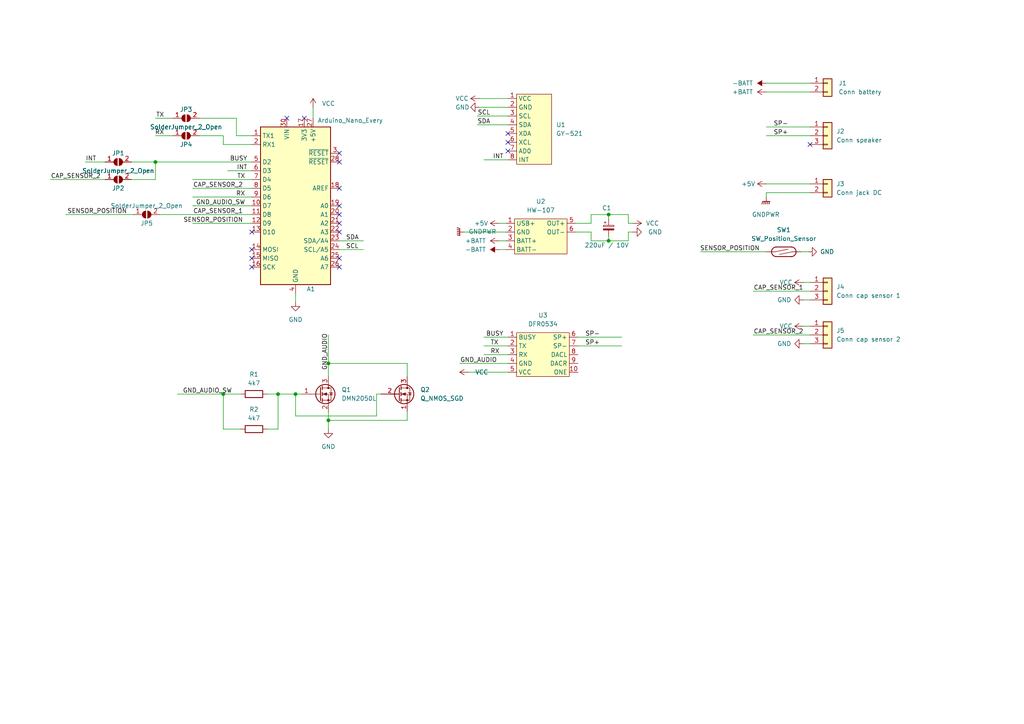
<source format=kicad_sch>
(kicad_sch (version 20210621) (generator eeschema)
  (paper "A4")
  (lib_symbols
    (symbol "Connector_Generic:Conn_01x02" (pin_names (offset 1.016) hide)
      (property "Reference" "J" (at 0 2.54 0))
      (property "Value" "Conn_01x02" (at 0 -5.08 0))
      (symbol "Conn_01x02_1_1"
        (rectangle (start -1.27 -2.413) (end 0 -2.667) (stroke (width 0.1524)))
        (rectangle (start -1.27 0.127) (end 0 -0.127) (stroke (width 0.1524)))
        (rectangle (start -1.27 1.27) (end 1.27 -3.81) (stroke (width 0.254)) (fill (type background)))
        (pin passive line (at -5.08 0 0) (length 3.81) (name "Pin_1") (number "1"))
        (pin passive line (at -5.08 -2.54 0) (length 3.81) (name "Pin_2") (number "2"))
      )
    )
    (symbol "Connector_Generic:Conn_01x03" (pin_names (offset 1.016) hide)
      (property "Reference" "J" (at 0 5.08 0))
      (property "Value" "Conn_01x03" (at 0 -5.08 0))
      (symbol "Conn_01x03_1_1"
        (rectangle (start -1.27 -2.413) (end 0 -2.667) (stroke (width 0.1524)))
        (rectangle (start -1.27 0.127) (end 0 -0.127) (stroke (width 0.1524)))
        (rectangle (start -1.27 2.667) (end 0 2.413) (stroke (width 0.1524)))
        (rectangle (start -1.27 3.81) (end 1.27 -3.81) (stroke (width 0.254)) (fill (type background)))
        (pin passive line (at -5.08 2.54 0) (length 3.81) (name "Pin_1") (number "1"))
        (pin passive line (at -5.08 0 0) (length 3.81) (name "Pin_2") (number "2"))
        (pin passive line (at -5.08 -2.54 0) (length 3.81) (name "Pin_3") (number "3"))
      )
    )
    (symbol "Device:C_Polarized_Small" (pin_numbers hide) (pin_names (offset 0.254) hide)
      (property "Reference" "C" (at 0.254 1.778 0))
      (property "Value" "C_Polarized_Small" (at 0.254 -2.032 0))
      (symbol "C_Polarized_Small_0_1"
        (rectangle (start -1.524 0.6858) (end 1.524 0.3048))
        (rectangle (start -1.524 -0.3048) (end 1.524 -0.6858) (fill (type outline)))
        (polyline (pts (xy -1.27 1.524) (xy -0.762 1.524)))
        (polyline (pts (xy -1.016 1.27) (xy -1.016 1.778)))
      )
      (symbol "C_Polarized_Small_1_1"
        (pin passive line (at 0 2.54 270) (length 1.8542) (name "~") (number "1"))
        (pin passive line (at 0 -2.54 90) (length 1.8542) (name "~") (number "2"))
      )
    )
    (symbol "Device:Q_NMOS_SGD" (pin_names (offset 0) hide)
      (property "Reference" "Q" (at 5.08 1.27 0))
      (property "Value" "Q_NMOS_SGD" (at 5.08 -1.27 0))
      (symbol "Q_NMOS_SGD_0_1"
        (circle (center 1.651 0) (radius 2.794) (stroke (width 0.254)))
        (circle (center 2.54 -1.778) (radius 0.254) (fill (type outline)))
        (circle (center 2.54 1.778) (radius 0.254) (fill (type outline)))
        (polyline (pts (xy 0.254 0) (xy -2.54 0)))
        (polyline (pts (xy 0.254 1.905) (xy 0.254 -1.905)) (stroke (width 0.254)))
        (polyline (pts (xy 0.762 -1.27) (xy 0.762 -2.286)) (stroke (width 0.254)))
        (polyline (pts (xy 0.762 0.508) (xy 0.762 -0.508)) (stroke (width 0.254)))
        (polyline (pts (xy 0.762 2.286) (xy 0.762 1.27)) (stroke (width 0.254)))
        (polyline (pts (xy 2.54 2.54) (xy 2.54 1.778)))
        (polyline (pts (xy 2.54 -2.54) (xy 2.54 0) (xy 0.762 0)))
        (polyline (pts (xy 0.762 -1.778) (xy 3.302 -1.778) (xy 3.302 1.778) (xy 0.762 1.778)))
        (polyline (pts (xy 2.794 0.508) (xy 2.921 0.381) (xy 3.683 0.381) (xy 3.81 0.254)))
        (polyline (pts (xy 3.302 0.381) (xy 2.921 -0.254) (xy 3.683 -0.254) (xy 3.302 0.381)))
        (polyline (pts (xy 1.016 0) (xy 2.032 0.381) (xy 2.032 -0.381) (xy 1.016 0)) (fill (type outline)))
      )
      (symbol "Q_NMOS_SGD_1_1"
        (pin passive line (at 2.54 -5.08 90) (length 2.54) (name "S") (number "1"))
        (pin input line (at -5.08 0 0) (length 5.08) (name "G") (number "2"))
        (pin passive line (at 2.54 5.08 270) (length 2.54) (name "D") (number "3"))
      )
    )
    (symbol "Device:R" (pin_numbers hide) (pin_names (offset 0))
      (property "Reference" "R" (at 2.032 0 90))
      (property "Value" "R" (at 0 0 90))
      (symbol "R_0_1"
        (rectangle (start -1.016 -2.54) (end 1.016 2.54) (stroke (width 0.254)))
      )
      (symbol "R_1_1"
        (pin passive line (at 0 3.81 270) (length 1.27) (name "~") (number "1"))
        (pin passive line (at 0 -3.81 90) (length 1.27) (name "~") (number "2"))
      )
    )
    (symbol "Jumper:SolderJumper_2_Open" (pin_names (offset 0) hide)
      (property "Reference" "JP" (at 0 2.032 0))
      (property "Value" "SolderJumper_2_Open" (at 0 -2.54 0))
      (symbol "SolderJumper_2_Open_0_1"
        (arc (start -0.254 1.016) (end -0.254 -1.016) (radius (at -0.254 0) (length 1.016) (angles 90.1 -90.1)))
        (arc (start 0.254 -1.016) (end 0.254 1.016) (radius (at 0.254 0) (length 1.016) (angles -89.9 89.9)))
        (arc (start -0.254 1.016) (end -0.254 -1.016) (radius (at -0.254 0) (length 1.016) (angles 90.1 -90.1)) (fill (type outline)))
        (arc (start 0.254 -1.016) (end 0.254 1.016) (radius (at 0.254 0) (length 1.016) (angles -89.9 89.9)) (fill (type outline)))
        (polyline (pts (xy -0.254 1.016) (xy -0.254 -1.016)))
        (polyline (pts (xy 0.254 1.016) (xy 0.254 -1.016)))
      )
      (symbol "SolderJumper_2_Open_1_1"
        (pin passive line (at -3.81 0 0) (length 2.54) (name "A") (number "1"))
        (pin passive line (at 3.81 0 180) (length 2.54) (name "B") (number "2"))
      )
    )
    (symbol "MCU_Module:Arduino_Nano_Every"
      (property "Reference" "A" (at -10.16 23.495 0))
      (property "Value" "Arduino_Nano_Every" (at 5.08 -24.13 0))
      (symbol "Arduino_Nano_Every_0_1"
        (rectangle (start -10.16 22.86) (end 10.16 -22.86) (stroke (width 0.254)) (fill (type background)))
      )
      (symbol "Arduino_Nano_Every_1_1"
        (pin bidirectional line (at -12.7 20.32 0) (length 2.54) (name "TX1") (number "1"))
        (pin bidirectional line (at -12.7 0 0) (length 2.54) (name "D7") (number "10"))
        (pin bidirectional line (at -12.7 -2.54 0) (length 2.54) (name "D8") (number "11"))
        (pin bidirectional line (at -12.7 -5.08 0) (length 2.54) (name "D9") (number "12"))
        (pin bidirectional line (at -12.7 -7.62 0) (length 2.54) (name "D10") (number "13"))
        (pin bidirectional line (at -12.7 -12.7 0) (length 2.54) (name "MOSI") (number "14"))
        (pin bidirectional line (at -12.7 -15.24 0) (length 2.54) (name "MISO") (number "15"))
        (pin bidirectional line (at -12.7 -17.78 0) (length 2.54) (name "SCK") (number "16"))
        (pin power_out line (at 2.54 25.4 270) (length 2.54) (name "3V3") (number "17"))
        (pin input line (at 12.7 5.08 180) (length 2.54) (name "AREF") (number "18"))
        (pin bidirectional line (at 12.7 0 180) (length 2.54) (name "A0") (number "19"))
        (pin bidirectional line (at -12.7 17.78 0) (length 2.54) (name "RX1") (number "2"))
        (pin bidirectional line (at 12.7 -2.54 180) (length 2.54) (name "A1") (number "20"))
        (pin bidirectional line (at 12.7 -5.08 180) (length 2.54) (name "A2") (number "21"))
        (pin bidirectional line (at 12.7 -7.62 180) (length 2.54) (name "A3") (number "22"))
        (pin bidirectional line (at 12.7 -10.16 180) (length 2.54) (name "SDA/A4") (number "23"))
        (pin bidirectional line (at 12.7 -12.7 180) (length 2.54) (name "SCL/A5") (number "24"))
        (pin bidirectional line (at 12.7 -15.24 180) (length 2.54) (name "A6") (number "25"))
        (pin bidirectional line (at 12.7 -17.78 180) (length 2.54) (name "A7") (number "26"))
        (pin power_out line (at 5.08 25.4 270) (length 2.54) (name "+5V") (number "27"))
        (pin input line (at 12.7 12.7 180) (length 2.54) (name "~{RESET}") (number "28"))
        (pin passive line (at 0 -25.4 90) (length 2.54) hide (name "GND") (number "29"))
        (pin input line (at 12.7 15.24 180) (length 2.54) (name "~{RESET}") (number "3"))
        (pin power_in line (at -2.54 25.4 270) (length 2.54) (name "VIN") (number "30"))
        (pin power_in line (at 0 -25.4 90) (length 2.54) (name "GND") (number "4"))
        (pin bidirectional line (at -12.7 12.7 0) (length 2.54) (name "D2") (number "5"))
        (pin bidirectional line (at -12.7 10.16 0) (length 2.54) (name "D3") (number "6"))
        (pin bidirectional line (at -12.7 7.62 0) (length 2.54) (name "D4") (number "7"))
        (pin bidirectional line (at -12.7 5.08 0) (length 2.54) (name "D5") (number "8"))
        (pin bidirectional line (at -12.7 2.54 0) (length 2.54) (name "D6") (number "9"))
      )
    )
    (symbol "Switch:SW_Reed" (pin_numbers hide) (pin_names (offset 0) hide)
      (property "Reference" "SW" (at 0 2.54 0))
      (property "Value" "SW_Reed" (at 0 -2.54 0))
      (symbol "SW_Reed_0_0"
        (arc (start -2.159 1.397) (end -2.159 -1.397) (radius (at -2.159 0) (length 1.397) (angles 90.1 -90.1)) (stroke (width 0.254)))
        (arc (start 2.159 -1.397) (end 2.159 1.397) (radius (at 2.159 0) (length 1.397) (angles -89.9 89.9)) (stroke (width 0.254)))
        (polyline (pts (xy -2.54 0) (xy 1.27 0.762)))
        (polyline (pts (xy -2.159 -1.397) (xy 2.286 -1.397)) (stroke (width 0.254)))
        (polyline (pts (xy 2.159 1.397) (xy -2.159 1.397)) (stroke (width 0.254)))
        (polyline (pts (xy 2.54 0) (xy -1.27 -0.762)))
      )
      (symbol "SW_Reed_1_1"
        (pin passive line (at -5.08 0 0) (length 2.54) (name "1") (number "1"))
        (pin passive line (at 5.08 0 180) (length 2.54) (name "2") (number "2"))
      )
    )
    (symbol "Transistor_FET:DMN2050L" (pin_names hide)
      (property "Reference" "Q" (at 5.08 1.905 0))
      (property "Value" "DMN2050L" (at 5.08 0 0))
      (symbol "DMN2050L_0_1"
        (circle (center 1.651 0) (radius 2.794) (stroke (width 0.254)))
        (circle (center 2.54 -1.778) (radius 0.254) (fill (type outline)))
        (circle (center 2.54 1.778) (radius 0.254) (fill (type outline)))
        (polyline (pts (xy 0.254 0) (xy -2.54 0)))
        (polyline (pts (xy 0.254 1.905) (xy 0.254 -1.905)) (stroke (width 0.254)))
        (polyline (pts (xy 0.762 -1.27) (xy 0.762 -2.286)) (stroke (width 0.254)))
        (polyline (pts (xy 0.762 0.508) (xy 0.762 -0.508)) (stroke (width 0.254)))
        (polyline (pts (xy 0.762 2.286) (xy 0.762 1.27)) (stroke (width 0.254)))
        (polyline (pts (xy 2.54 2.54) (xy 2.54 1.778)))
        (polyline (pts (xy 2.54 -2.54) (xy 2.54 0) (xy 0.762 0)))
        (polyline (pts (xy 0.762 -1.778) (xy 3.302 -1.778) (xy 3.302 1.778) (xy 0.762 1.778)))
        (polyline (pts (xy 2.794 0.508) (xy 2.921 0.381) (xy 3.683 0.381) (xy 3.81 0.254)))
        (polyline (pts (xy 3.302 0.381) (xy 2.921 -0.254) (xy 3.683 -0.254) (xy 3.302 0.381)))
        (polyline (pts (xy 1.016 0) (xy 2.032 0.381) (xy 2.032 -0.381) (xy 1.016 0)) (fill (type outline)))
      )
      (symbol "DMN2050L_1_1"
        (pin input line (at -5.08 0 0) (length 2.54) (name "G") (number "1"))
        (pin passive line (at 2.54 -5.08 90) (length 2.54) (name "S") (number "2"))
        (pin passive line (at 2.54 5.08 270) (length 2.54) (name "D") (number "3"))
      )
    )
    (symbol "boitarire_lib:DFR0534"
      (property "Reference" "U" (at 0 -12.7 0))
      (property "Value" "DFR0534" (at 0 2.54 0))
      (symbol "DFR0534_0_0"
        (pin bidirectional line (at -10.16 0 0) (length 2.54) (name "BUSY") (number "1"))
        (pin passive line (at 10.16 -10.16 180) (length 2.54) (name "ONE") (number "10"))
        (pin output line (at -10.16 -2.54 0) (length 2.54) (name "TX") (number "2"))
        (pin input line (at -10.16 -5.08 0) (length 2.54) (name "RX") (number "3"))
        (pin passive line (at -10.16 -7.62 0) (length 2.54) (name "GND") (number "4"))
        (pin power_in line (at -10.16 -10.16 0) (length 2.54) (name "VCC") (number "5"))
        (pin output line (at 10.16 0 180) (length 2.54) (name "SP+") (number "6"))
        (pin output line (at 10.16 -2.54 180) (length 2.54) (name "SP-") (number "7"))
        (pin output line (at 10.16 -5.08 180) (length 2.54) (name "DACL") (number "8"))
        (pin output line (at 10.16 -7.62 180) (length 2.54) (name "DACR") (number "9"))
        (pin passive line (at -2.54 -13.97 90) (length 2.54) hide (name "Screw_term_1") (number "S1"))
        (pin passive line (at 2.54 -13.97 90) (length 2.54) hide (name "Screw_term_2") (number "S2"))
      )
      (symbol "DFR0534_0_1"
        (rectangle (start -7.62 1.27) (end 7.62 -11.43) (stroke (width 0.1524)) (fill (type background)))
      )
    )
    (symbol "boitarire_lib:GY-521"
      (property "Reference" "U" (at 0 -20.32 0))
      (property "Value" "GY-521" (at 0 2.54 0))
      (symbol "GY-521_0_0"
        (pin power_in line (at -7.62 0 0) (length 2.54) (name "VCC") (number "1"))
        (pin passive line (at -7.62 -2.54 0) (length 2.54) (name "GND") (number "2"))
        (pin tri_state line (at -7.62 -5.08 0) (length 2.54) (name "SCL") (number "3"))
        (pin tri_state line (at -7.62 -7.62 0) (length 2.54) (name "SDA") (number "4"))
        (pin passive line (at -7.62 -10.16 0) (length 2.54) (name "XDA") (number "5"))
        (pin passive line (at -7.62 -12.7 0) (length 2.54) (name "XCL") (number "6"))
        (pin passive line (at -7.62 -15.24 0) (length 2.54) (name "AD0") (number "7"))
        (pin open_collector line (at -7.62 -17.78 0) (length 2.54) (name "INT") (number "8"))
      )
      (symbol "GY-521_0_1"
        (rectangle (start -5.08 1.27) (end 5.08 -19.05) (stroke (width 0.1524)) (fill (type background)))
      )
    )
    (symbol "boitarire_lib:HW-107"
      (property "Reference" "U" (at 0 -10.16 0))
      (property "Value" "HW-107" (at 0 2.54 0))
      (symbol "HW-107_0_0"
        (pin power_in line (at -10.16 0 0) (length 2.54) (name "USB+") (number "1"))
        (pin passive line (at -10.16 -2.54 0) (length 2.54) (name "GND") (number "2"))
        (pin power_in line (at -10.16 -5.08 0) (length 2.54) (name "BATT+") (number "3"))
        (pin passive line (at -10.16 -7.62 0) (length 2.54) (name "BATT-") (number "4"))
        (pin power_out line (at 10.16 0 180) (length 2.54) (name "OUT+") (number "5"))
        (pin passive line (at 10.16 -2.54 180) (length 2.54) (name "OUT-") (number "6"))
      )
      (symbol "HW-107_0_1"
        (rectangle (start -7.62 1.27) (end 7.62 -8.89) (stroke (width 0.1524)) (fill (type background)))
      )
    )
    (symbol "power:+5V" (power) (pin_names (offset 0))
      (property "Value" "+5V" (at 0 3.556 0))
      (symbol "+5V_0_1"
        (polyline (pts (xy -0.762 1.27) (xy 0 2.54)))
        (polyline (pts (xy 0 0) (xy 0 2.54)))
        (polyline (pts (xy 0 2.54) (xy 0.762 1.27)))
      )
      (symbol "+5V_1_1"
        (pin power_in line (at 0 0 90) (length 0) hide (name "+5V") (number "1"))
      )
    )
    (symbol "power:+BATT" (power) (pin_names (offset 0))
      (property "Value" "+BATT" (at 0 3.556 0))
      (symbol "+BATT_0_1"
        (polyline (pts (xy -0.762 1.27) (xy 0 2.54)))
        (polyline (pts (xy 0 0) (xy 0 2.54)))
        (polyline (pts (xy 0 2.54) (xy 0.762 1.27)))
      )
      (symbol "+BATT_1_1"
        (pin power_in line (at 0 0 90) (length 0) hide (name "+BATT") (number "1"))
      )
    )
    (symbol "power:-BATT" (power) (pin_names (offset 0))
      (property "Value" "-BATT" (at 0 3.556 0))
      (symbol "-BATT_0_1"
        (polyline (pts (xy 0 0) (xy 0 2.54)))
        (polyline (pts (xy 0.762 1.27) (xy -0.762 1.27) (xy 0 2.54) (xy 0.762 1.27)) (fill (type outline)))
      )
      (symbol "-BATT_1_1"
        (pin power_in line (at 0 0 90) (length 0) hide (name "-BATT") (number "1"))
      )
    )
    (symbol "power:GND" (power) (pin_names (offset 0))
      (property "Value" "GND" (at 0 -3.81 0))
      (symbol "GND_0_1"
        (polyline (pts (xy 0 0) (xy 0 -1.27) (xy 1.27 -1.27) (xy 0 -2.54) (xy -1.27 -1.27) (xy 0 -1.27)))
      )
      (symbol "GND_1_1"
        (pin power_in line (at 0 0 270) (length 0) hide (name "GND") (number "1"))
      )
    )
    (symbol "power:GNDPWR" (power) (pin_names (offset 0))
      (property "Value" "GNDPWR" (at 0 -3.302 0))
      (symbol "GNDPWR_0_1"
        (polyline (pts (xy 0 -1.27) (xy 0 0)))
        (polyline (pts (xy -1.016 -1.27) (xy -1.27 -2.032) (xy -1.27 -2.032)) (stroke (width 0.2032)))
        (polyline (pts (xy -0.508 -1.27) (xy -0.762 -2.032) (xy -0.762 -2.032)) (stroke (width 0.2032)))
        (polyline (pts (xy 0 -1.27) (xy -0.254 -2.032) (xy -0.254 -2.032)) (stroke (width 0.2032)))
        (polyline (pts (xy 0.508 -1.27) (xy 0.254 -2.032) (xy 0.254 -2.032)) (stroke (width 0.2032)))
        (polyline (pts (xy 1.016 -1.27) (xy -1.016 -1.27) (xy -1.016 -1.27)) (stroke (width 0.2032)))
        (polyline (pts (xy 1.016 -1.27) (xy 0.762 -2.032) (xy 0.762 -2.032) (xy 0.762 -2.032)) (stroke (width 0.2032)))
      )
      (symbol "GNDPWR_1_1"
        (pin power_in line (at 0 0 270) (length 0) hide (name "GNDPWR") (number "1"))
      )
    )
    (symbol "power:VCC" (power) (pin_names (offset 0))
      (property "Value" "VCC" (at 0 3.81 0))
      (symbol "VCC_0_1"
        (polyline (pts (xy -0.762 1.27) (xy 0 2.54)))
        (polyline (pts (xy 0 0) (xy 0 2.54)))
        (polyline (pts (xy 0 2.54) (xy 0.762 1.27)))
      )
      (symbol "VCC_1_1"
        (pin power_in line (at 0 0 90) (length 0) hide (name "VCC") (number "1"))
      )
    )
  )
  (junction (at 45.085 46.99) (diameter 0.9144))
  (junction (at 64.77 114.3) (diameter 0.9144))
  (junction (at 80.645 114.3) (diameter 0.9144))
  (junction (at 85.725 114.3) (diameter 0.9144))
  (junction (at 95.25 105.41) (diameter 0.9144))
  (junction (at 95.25 121.92) (diameter 0.9144))
  (junction (at 176.53 62.23) (diameter 0.9144))
  (junction (at 176.53 69.85) (diameter 0.9144))
  (no_connect (at 73.025 67.31))
  (no_connect (at 73.025 72.39))
  (no_connect (at 73.025 74.93))
  (no_connect (at 73.025 77.47))
  (no_connect (at 83.185 34.29))
  (no_connect (at 88.265 34.29))
  (no_connect (at 98.425 44.45))
  (no_connect (at 98.425 46.99))
  (no_connect (at 98.425 54.61))
  (no_connect (at 98.425 59.69))
  (no_connect (at 98.425 62.23))
  (no_connect (at 98.425 64.77))
  (no_connect (at 98.425 67.31))
  (no_connect (at 98.425 74.93))
  (no_connect (at 98.425 77.47))
  (no_connect (at 147.32 38.735))
  (no_connect (at 147.32 41.275))
  (no_connect (at 147.32 43.815))
  (no_connect (at 234.95 41.91))
  (wire (pts (xy 14.605 52.07) (xy 30.48 52.07)))
  (wire (pts (xy 19.05 62.23) (xy 38.735 62.23)))
  (wire (pts (xy 24.765 46.99) (xy 30.48 46.99)))
  (wire (pts (xy 38.1 46.99) (xy 45.085 46.99)))
  (wire (pts (xy 38.1 52.07) (xy 45.085 52.07)))
  (wire (pts (xy 45.085 34.29) (xy 50.165 34.29)))
  (wire (pts (xy 45.085 39.37) (xy 50.165 39.37)))
  (wire (pts (xy 45.085 46.99) (xy 73.025 46.99)))
  (wire (pts (xy 45.085 52.07) (xy 45.085 46.99)))
  (wire (pts (xy 46.355 62.23) (xy 73.025 62.23)))
  (wire (pts (xy 55.88 52.07) (xy 73.025 52.07)))
  (wire (pts (xy 55.88 54.61) (xy 73.025 54.61)))
  (wire (pts (xy 55.88 57.15) (xy 73.025 57.15)))
  (wire (pts (xy 55.88 59.69) (xy 73.025 59.69)))
  (wire (pts (xy 55.88 64.77) (xy 73.025 64.77)))
  (wire (pts (xy 64.77 39.37) (xy 57.785 39.37)))
  (wire (pts (xy 64.77 41.91) (xy 64.77 39.37)))
  (wire (pts (xy 64.77 114.3) (xy 51.435 114.3)))
  (wire (pts (xy 64.77 124.46) (xy 64.77 114.3)))
  (wire (pts (xy 66.04 49.53) (xy 73.025 49.53)))
  (wire (pts (xy 68.58 34.29) (xy 57.785 34.29)))
  (wire (pts (xy 68.58 39.37) (xy 68.58 34.29)))
  (wire (pts (xy 69.85 114.3) (xy 64.77 114.3)))
  (wire (pts (xy 69.85 124.46) (xy 64.77 124.46)))
  (wire (pts (xy 73.025 39.37) (xy 68.58 39.37)))
  (wire (pts (xy 73.025 41.91) (xy 64.77 41.91)))
  (wire (pts (xy 77.47 114.3) (xy 80.645 114.3)))
  (wire (pts (xy 77.47 124.46) (xy 80.645 124.46)))
  (wire (pts (xy 80.645 114.3) (xy 85.725 114.3)))
  (wire (pts (xy 80.645 124.46) (xy 80.645 114.3)))
  (wire (pts (xy 85.725 85.09) (xy 85.725 87.63)))
  (wire (pts (xy 85.725 114.3) (xy 85.725 120.65)))
  (wire (pts (xy 85.725 114.3) (xy 87.63 114.3)))
  (wire (pts (xy 85.725 120.65) (xy 109.22 120.65)))
  (wire (pts (xy 90.805 31.115) (xy 90.805 34.29)))
  (wire (pts (xy 95.25 97.155) (xy 95.25 105.41)))
  (wire (pts (xy 95.25 105.41) (xy 95.25 109.22)))
  (wire (pts (xy 95.25 119.38) (xy 95.25 121.92)))
  (wire (pts (xy 95.25 121.92) (xy 95.25 124.46)))
  (wire (pts (xy 98.425 69.85) (xy 105.41 69.85)))
  (wire (pts (xy 98.425 72.39) (xy 105.41 72.39)))
  (wire (pts (xy 109.22 114.3) (xy 110.49 114.3)))
  (wire (pts (xy 109.22 120.65) (xy 109.22 114.3)))
  (wire (pts (xy 118.11 105.41) (xy 95.25 105.41)))
  (wire (pts (xy 118.11 109.22) (xy 118.11 105.41)))
  (wire (pts (xy 118.11 119.38) (xy 118.11 121.92)))
  (wire (pts (xy 118.11 121.92) (xy 95.25 121.92)))
  (wire (pts (xy 133.35 105.41) (xy 147.32 105.41)))
  (wire (pts (xy 134.62 67.31) (xy 146.685 67.31)))
  (wire (pts (xy 135.89 107.95) (xy 147.32 107.95)))
  (wire (pts (xy 138.43 33.655) (xy 147.32 33.655)))
  (wire (pts (xy 138.43 36.195) (xy 147.32 36.195)))
  (wire (pts (xy 139.065 28.575) (xy 147.32 28.575)))
  (wire (pts (xy 139.065 31.115) (xy 147.32 31.115)))
  (wire (pts (xy 140.335 46.355) (xy 147.32 46.355)))
  (wire (pts (xy 140.335 97.79) (xy 147.32 97.79)))
  (wire (pts (xy 140.335 100.33) (xy 147.32 100.33)))
  (wire (pts (xy 140.335 102.87) (xy 147.32 102.87)))
  (wire (pts (xy 144.78 64.77) (xy 146.685 64.77)))
  (wire (pts (xy 144.78 69.85) (xy 146.685 69.85)))
  (wire (pts (xy 144.78 72.39) (xy 146.685 72.39)))
  (wire (pts (xy 167.005 64.77) (xy 171.45 64.77)))
  (wire (pts (xy 167.005 67.31) (xy 171.45 67.31)))
  (wire (pts (xy 167.64 97.79) (xy 180.34 97.79)))
  (wire (pts (xy 167.64 100.33) (xy 180.34 100.33)))
  (wire (pts (xy 171.45 62.23) (xy 171.45 64.77)))
  (wire (pts (xy 171.45 67.31) (xy 171.45 69.85)))
  (wire (pts (xy 171.45 69.85) (xy 176.53 69.85)))
  (wire (pts (xy 176.53 62.23) (xy 171.45 62.23)))
  (wire (pts (xy 176.53 62.23) (xy 176.53 63.5)))
  (wire (pts (xy 176.53 68.58) (xy 176.53 69.85)))
  (wire (pts (xy 176.53 69.85) (xy 182.245 69.85)))
  (wire (pts (xy 182.245 62.23) (xy 176.53 62.23)))
  (wire (pts (xy 182.245 64.77) (xy 182.245 62.23)))
  (wire (pts (xy 182.245 67.31) (xy 183.515 67.31)))
  (wire (pts (xy 182.245 69.85) (xy 182.245 67.31)))
  (wire (pts (xy 183.515 64.77) (xy 182.245 64.77)))
  (wire (pts (xy 203.2 73.025) (xy 222.25 73.025)))
  (wire (pts (xy 218.44 84.455) (xy 234.95 84.455)))
  (wire (pts (xy 218.44 97.155) (xy 234.95 97.155)))
  (wire (pts (xy 222.25 24.13) (xy 234.95 24.13)))
  (wire (pts (xy 222.25 26.67) (xy 234.95 26.67)))
  (wire (pts (xy 222.25 36.83) (xy 234.95 36.83)))
  (wire (pts (xy 222.25 39.37) (xy 234.95 39.37)))
  (wire (pts (xy 222.25 53.34) (xy 234.95 53.34)))
  (wire (pts (xy 222.25 55.88) (xy 222.25 57.15)))
  (wire (pts (xy 222.25 55.88) (xy 234.95 55.88)))
  (wire (pts (xy 232.41 73.025) (xy 234.315 73.025)))
  (wire (pts (xy 233.045 81.915) (xy 234.95 81.915)))
  (wire (pts (xy 233.045 86.995) (xy 234.95 86.995)))
  (wire (pts (xy 233.045 94.615) (xy 234.95 94.615)))
  (wire (pts (xy 233.045 99.695) (xy 234.95 99.695)))
  (label "INT" (at 27.94 46.99 180))
  (label "CAP_SENSOR_2" (at 29.21 52.07 180))
  (label "SENSOR_POSITION" (at 36.83 62.23 180))
  (label "TX" (at 47.625 34.29 180))
  (label "RX" (at 47.625 39.37 180))
  (label "GND_AUDIO_SW" (at 67.31 114.3 180))
  (label "CAP_SENSOR_2" (at 70.485 54.61 180))
  (label "CAP_SENSOR_1" (at 70.485 62.23 180))
  (label "SENSOR_POSITION" (at 70.485 64.77 180))
  (label "TX" (at 71.12 52.07 180))
  (label "RX" (at 71.12 57.15 180))
  (label "GND_AUDIO_SW" (at 71.12 59.69 180))
  (label "BUSY" (at 71.755 46.99 180))
  (label "INT" (at 71.755 49.53 180))
  (label "GND_AUDIO" (at 95.25 107.315 90))
  (label "SDA" (at 100.33 69.85 0))
  (label "SCL" (at 100.33 72.39 0))
  (label "SCL" (at 142.24 33.655 180))
  (label "SDA" (at 142.24 36.195 180))
  (label "TX" (at 142.24 100.33 0))
  (label "RX" (at 142.24 102.87 0))
  (label "GND_AUDIO" (at 144.145 105.41 180))
  (label "INT" (at 146.05 46.355 180))
  (label "BUSY" (at 146.05 97.79 180))
  (label "SP-" (at 173.99 97.79 180))
  (label "SP+" (at 173.99 100.33 180))
  (label "SENSOR_POSITION" (at 220.345 73.025 180))
  (label "SP-" (at 228.6 36.83 180))
  (label "SP+" (at 228.6 39.37 180))
  (label "CAP_SENSOR_1" (at 233.045 84.455 180))
  (label "CAP_SENSOR_2" (at 233.045 97.155 180))
  (symbol (lib_id "power:VCC") (at 90.805 31.115 0) (unit 1)
    (property "Reference" "#PWR02" (effects hide))
    (property "Value" "VCC" (at 93.345 30.0354 0) (effects (justify left)))
  )
  (symbol (lib_id "power:VCC") (at 135.89 107.95 90) (unit 1)
    (property "Reference" "#PWR05" (effects hide))
    (property "Value" "VCC" (at 137.795 107.9499 90) (effects (justify right)))
  )
  (symbol (lib_id "power:VCC") (at 139.065 28.575 90) (unit 1)
    (property "Reference" "#PWR06" (effects hide))
    (property "Value" "VCC" (at 132.08 28.5749 90) (effects (justify right)))
  )
  (symbol (lib_id "power:+5V") (at 144.78 64.77 90) (unit 1)
    (property "Reference" "#PWR08" (effects hide))
    (property "Value" "+5V" (at 141.605 64.7699 90) (effects (justify left)))
  )
  (symbol (lib_id "power:+BATT") (at 144.78 69.85 90) (unit 1)
    (property "Reference" "#PWR09" (effects hide))
    (property "Value" "+BATT" (at 140.97 69.8499 90) (effects (justify left)))
  )
  (symbol (lib_id "power:-BATT") (at 144.78 72.39 90) (unit 1)
    (property "Reference" "#PWR010" (effects hide))
    (property "Value" "-BATT" (at 140.97 72.3899 90) (effects (justify left)))
  )
  (symbol (lib_id "power:VCC") (at 183.515 64.77 270) (unit 1)
    (property "Reference" "#PWR011" (effects hide))
    (property "Value" "VCC" (at 187.325 64.7699 90) (effects (justify left)))
  )
  (symbol (lib_id "power:-BATT") (at 222.25 24.13 90) (unit 1)
    (property "Reference" "#PWR013" (effects hide))
    (property "Value" "-BATT" (at 218.44 24.1299 90) (effects (justify left)))
  )
  (symbol (lib_id "power:+BATT") (at 222.25 26.67 90) (unit 1)
    (property "Reference" "#PWR014" (effects hide))
    (property "Value" "+BATT" (at 218.44 26.6699 90) (effects (justify left)))
  )
  (symbol (lib_id "power:+5V") (at 222.25 53.34 90) (unit 1)
    (property "Reference" "#PWR015" (effects hide))
    (property "Value" "+5V" (at 219.075 53.3399 90) (effects (justify left)))
  )
  (symbol (lib_id "power:VCC") (at 233.045 81.915 90) (unit 1)
    (property "Reference" "#PWR017" (effects hide))
    (property "Value" "VCC" (at 226.06 81.9149 90) (effects (justify right)))
  )
  (symbol (lib_id "power:VCC") (at 233.045 94.615 90) (unit 1)
    (property "Reference" "#PWR019" (effects hide))
    (property "Value" "VCC" (at 226.06 94.6149 90) (effects (justify right)))
  )
  (symbol (lib_id "power:GNDPWR") (at 134.62 67.31 270) (unit 1)
    (property "Reference" "#PWR04" (effects hide))
    (property "Value" "GNDPWR" (at 135.89 67.1829 90) (effects (justify left)))
  )
  (symbol (lib_id "power:GNDPWR") (at 222.25 57.15 0) (unit 1)
    (property "Reference" "#PWR016" (effects hide))
    (property "Value" "GNDPWR" (at 222.123 62.23 0))
  )
  (symbol (lib_id "power:GND") (at 85.725 87.63 0) (unit 1)
    (property "Reference" "#PWR01" (effects hide))
    (property "Value" "GND" (at 85.725 92.71 0))
  )
  (symbol (lib_id "power:GND") (at 95.25 124.46 0) (unit 1)
    (property "Reference" "#PWR03" (effects hide))
    (property "Value" "GND" (at 95.25 129.54 0))
  )
  (symbol (lib_id "power:GND") (at 139.065 31.115 270) (unit 1)
    (property "Reference" "#PWR07" (effects hide))
    (property "Value" "GND" (at 132.08 31.1149 90) (effects (justify left)))
  )
  (symbol (lib_id "power:GND") (at 183.515 67.31 90) (unit 1)
    (property "Reference" "#PWR012" (effects hide))
    (property "Value" "GND" (at 187.96 67.3099 90) (effects (justify right)))
  )
  (symbol (lib_id "power:GND") (at 233.045 86.995 270) (unit 1)
    (property "Reference" "#PWR018" (effects hide))
    (property "Value" "GND" (at 225.425 86.9949 90) (effects (justify left)))
  )
  (symbol (lib_id "power:GND") (at 233.045 99.695 270) (unit 1)
    (property "Reference" "#PWR020" (effects hide))
    (property "Value" "GND" (at 225.425 99.6949 90) (effects (justify left)))
  )
  (symbol (lib_id "power:GND") (at 234.315 73.025 90) (unit 1)
    (property "Reference" "#PWR021" (effects hide))
    (property "Value" "GND" (at 241.935 73.0251 90) (effects (justify left)))
  )
  (symbol (lib_id "Jumper:SolderJumper_2_Open") (at 34.29 46.99 0) (unit 1)
    (property "Reference" "JP1" (at 34.29 44.45 0))
    (property "Value" "SolderJumper_2_Open" (at 34.29 49.53 0))
    (property "Footprint" "Jumper:SolderJumper-2_P1.3mm_Open_TrianglePad1.0x1.5mm" (effects hide))
  )
  (symbol (lib_id "Jumper:SolderJumper_2_Open") (at 34.29 52.07 0) (unit 1)
    (property "Reference" "JP2" (at 34.29 54.61 0))
    (property "Value" "SolderJumper_2_Open" (at 34.29 49.53 0))
    (property "Footprint" "Jumper:SolderJumper-2_P1.3mm_Open_TrianglePad1.0x1.5mm" (effects hide))
  )
  (symbol (lib_id "Jumper:SolderJumper_2_Open") (at 42.545 62.23 0) (unit 1)
    (property "Reference" "JP5" (at 42.545 64.77 0))
    (property "Value" "SolderJumper_2_Open" (at 42.545 59.69 0))
    (property "Footprint" "Jumper:SolderJumper-2_P1.3mm_Open_TrianglePad1.0x1.5mm" (effects hide))
  )
  (symbol (lib_id "Jumper:SolderJumper_2_Open") (at 53.975 34.29 0) (unit 1)
    (property "Reference" "JP3" (at 53.975 31.75 0))
    (property "Value" "SolderJumper_2_Open" (at 53.975 36.83 0))
    (property "Footprint" "Jumper:SolderJumper-2_P1.3mm_Open_TrianglePad1.0x1.5mm" (effects hide))
  )
  (symbol (lib_id "Jumper:SolderJumper_2_Open") (at 53.975 39.37 0) (unit 1)
    (property "Reference" "JP4" (at 53.975 41.91 0))
    (property "Value" "SolderJumper_2_Open" (at 53.975 36.83 0))
    (property "Footprint" "Jumper:SolderJumper-2_P1.3mm_Open_TrianglePad1.0x1.5mm" (effects hide))
  )
  (symbol (lib_id "Device:C_Polarized_Small") (at 176.53 66.04 0) (unit 1)
    (property "Reference" "C1" (at 174.625 60.3249 0) (effects (justify left)))
    (property "Value" "220uF / 10V" (at 169.545 71.1199 0) (effects (justify left)))
    (property "Footprint" "Capacitor_THT:CP_Radial_D5.0mm_P2.50mm" (effects hide))
  )
  (symbol (lib_id "Device:R") (at 73.66 114.3 90) (unit 1)
    (property "Reference" "R1" (at 73.66 108.585 90))
    (property "Value" "4k7" (at 73.66 111.125 90))
    (property "Footprint" "Resistor_SMD:R_0603_1608Metric_Pad0.98x0.95mm_HandSolder" (effects hide))
  )
  (symbol (lib_id "Device:R") (at 73.66 124.46 90) (unit 1)
    (property "Reference" "R2" (at 73.66 118.745 90))
    (property "Value" "4k7" (at 73.66 121.285 90))
    (property "Footprint" "Resistor_THT:R_Axial_DIN0207_L6.3mm_D2.5mm_P10.16mm_Horizontal" (effects hide))
  )
  (symbol (lib_id "Switch:SW_Reed") (at 227.33 73.025 0) (unit 1)
    (property "Reference" "SW1" (at 227.33 66.675 0))
    (property "Value" "SW_Position_Sensor" (at 227.33 69.215 0))
    (property "Footprint" "Connector_PinHeader_2.54mm:PinHeader_1x02_P2.54mm_Vertical" (effects hide))
  )
  (symbol (lib_id "Connector_Generic:Conn_01x02") (at 240.03 24.13 0) (unit 1)
    (property "Reference" "J1" (at 243.205 24.1299 0) (effects (justify left)))
    (property "Value" "Conn battery" (at 243.205 26.6699 0) (effects (justify left)))
    (property "Footprint" "Connector_JST:JST_EH_B2B-EH-A_1x02_P2.50mm_Vertical" (effects hide))
  )
  (symbol (lib_id "Connector_Generic:Conn_01x02") (at 240.03 53.34 0) (unit 1)
    (property "Reference" "J3" (at 242.57 53.3399 0) (effects (justify left)))
    (property "Value" "Conn jack DC" (at 242.57 55.8799 0) (effects (justify left)))
    (property "Footprint" "Connector_Molex:Molex_KK-254_AE-6410-02A_1x02_P2.54mm_Vertical" (effects hide))
  )
  (symbol (lib_id "Connector_Generic:Conn_01x03") (at 240.03 39.37 0) (unit 1)
    (property "Reference" "J2" (at 242.57 38.0999 0) (effects (justify left)))
    (property "Value" "Conn speaker" (at 242.57 40.6399 0) (effects (justify left)))
    (property "Footprint" "Connector_Molex:Molex_KK-254_AE-6410-03A_1x03_P2.54mm_Vertical" (effects hide))
  )
  (symbol (lib_id "Connector_Generic:Conn_01x03") (at 240.03 84.455 0) (unit 1)
    (property "Reference" "J4" (at 242.57 83.1849 0) (effects (justify left)))
    (property "Value" "Conn cap sensor 1" (at 242.57 85.7249 0) (effects (justify left)))
    (property "Footprint" "Connector_Molex:Molex_KK-254_AE-6410-03A_1x03_P2.54mm_Vertical" (effects hide))
  )
  (symbol (lib_id "Connector_Generic:Conn_01x03") (at 240.03 97.155 0) (unit 1)
    (property "Reference" "J5" (at 242.57 95.8849 0) (effects (justify left)))
    (property "Value" "Conn cap sensor 2" (at 242.57 98.4249 0) (effects (justify left)))
    (property "Footprint" "Connector_Molex:Molex_KK-254_AE-6410-03A_1x03_P2.54mm_Vertical" (effects hide))
  )
  (symbol (lib_id "Transistor_FET:DMN2050L") (at 92.71 114.3 0) (unit 1)
    (property "Reference" "Q1" (at 99.06 113.0299 0) (effects (justify left)))
    (property "Value" "DMN2050L" (at 99.06 115.5699 0) (effects (justify left)))
    (property "Footprint" "Package_TO_SOT_SMD:SOT-23" (effects hide))
    (property "Datasheet" "http://www.diodes.com/assets/Datasheets/ds31502.pdf" (effects hide))
  )
  (symbol (lib_id "Device:Q_NMOS_SGD") (at 115.57 114.3 0) (unit 1)
    (property "Reference" "Q2" (at 121.92 113.0299 0) (effects (justify left)))
    (property "Value" "Q_NMOS_SGD" (at 121.92 115.5699 0) (effects (justify left)))
    (property "Footprint" "Package_TO_SOT_THT:TO-92" (effects hide))
  )
  (symbol (lib_id "boitarire_lib:HW-107") (at 156.845 64.77 0) (unit 1)
    (property "Reference" "U2" (at 156.845 58.42 0))
    (property "Value" "HW-107" (at 156.845 60.96 0))
    (property "Footprint" "boitarire_lib:HW-107" (effects hide))
  )
  (symbol (lib_id "boitarire_lib:GY-521") (at 154.94 28.575 0) (unit 1)
    (property "Reference" "U1" (at 161.29 36.1949 0) (effects (justify left)))
    (property "Value" "GY-521" (at 161.29 38.7349 0) (effects (justify left)))
    (property "Footprint" "boitarire_lib:GY-521" (effects hide))
  )
  (symbol (lib_id "boitarire_lib:DFR0534") (at 157.48 97.79 0) (unit 1)
    (property "Reference" "U3" (at 157.48 91.44 0))
    (property "Value" "DFR0534" (at 157.48 93.98 0))
    (property "Footprint" "boitarire_lib:DFR0534" (effects hide))
  )
  (symbol (lib_id "MCU_Module:Arduino_Nano_Every") (at 85.725 59.69 0) (unit 1)
    (property "Reference" "A1" (at 90.17 83.82 0))
    (property "Value" "Arduino_Nano_Every" (at 101.6 34.925 0))
    (property "Footprint" "Module:Arduino_Nano" (effects hide))
    (property "Datasheet" "https://content.arduino.cc/assets/NANOEveryV3.0_sch.pdf" (effects hide))
  )
)
</source>
